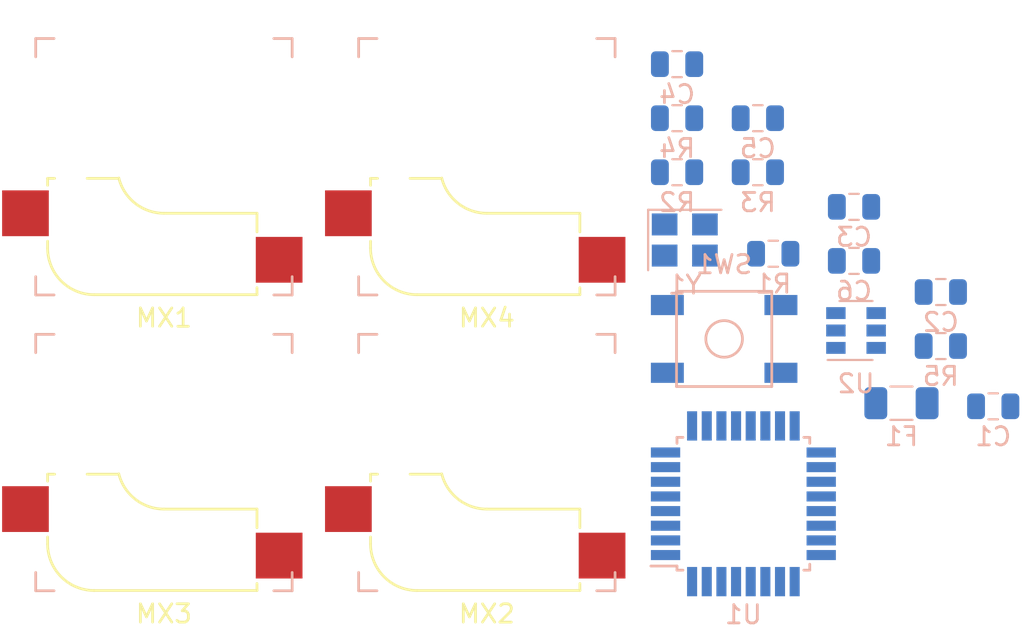
<source format=kicad_pcb>
(kicad_pcb (version 20171130) (host pcbnew "(5.1.4)-1")

  (general
    (thickness 1.6)
    (drawings 0)
    (tracks 0)
    (zones 0)
    (modules 20)
    (nets 41)
  )

  (page A4)
  (layers
    (0 F.Cu signal)
    (31 B.Cu signal)
    (32 B.Adhes user)
    (33 F.Adhes user)
    (34 B.Paste user)
    (35 F.Paste user)
    (36 B.SilkS user)
    (37 F.SilkS user)
    (38 B.Mask user)
    (39 F.Mask user)
    (40 Dwgs.User user)
    (41 Cmts.User user)
    (42 Eco1.User user)
    (43 Eco2.User user)
    (44 Edge.Cuts user)
    (45 Margin user)
    (46 B.CrtYd user)
    (47 F.CrtYd user)
    (48 B.Fab user)
    (49 F.Fab user)
  )

  (setup
    (last_trace_width 0.254)
    (trace_clearance 0.2)
    (zone_clearance 0.508)
    (zone_45_only no)
    (trace_min 0.2)
    (via_size 0.8)
    (via_drill 0.4)
    (via_min_size 0.4)
    (via_min_drill 0.3)
    (uvia_size 0.3)
    (uvia_drill 0.1)
    (uvias_allowed no)
    (uvia_min_size 0.2)
    (uvia_min_drill 0.1)
    (edge_width 0.05)
    (segment_width 0.2)
    (pcb_text_width 0.3)
    (pcb_text_size 1.5 1.5)
    (mod_edge_width 0.12)
    (mod_text_size 1 1)
    (mod_text_width 0.15)
    (pad_size 1 1.6)
    (pad_drill 0.6)
    (pad_to_mask_clearance 0.051)
    (solder_mask_min_width 0.25)
    (aux_axis_origin 0 0)
    (visible_elements 7FFFFFFF)
    (pcbplotparams
      (layerselection 0x010fc_ffffffff)
      (usegerberextensions true)
      (usegerberattributes false)
      (usegerberadvancedattributes false)
      (creategerberjobfile false)
      (excludeedgelayer true)
      (linewidth 0.100000)
      (plotframeref false)
      (viasonmask false)
      (mode 1)
      (useauxorigin false)
      (hpglpennumber 1)
      (hpglpenspeed 20)
      (hpglpendiameter 15.000000)
      (psnegative false)
      (psa4output false)
      (plotreference true)
      (plotvalue false)
      (plotinvisibletext false)
      (padsonsilk false)
      (subtractmaskfromsilk true)
      (outputformat 1)
      (mirror false)
      (drillshape 0)
      (scaleselection 1)
      (outputdirectory "../jlcpcb/"))
  )

  (net 0 "")
  (net 1 GND)
  (net 2 "Net-(C1-Pad1)")
  (net 3 +5V)
  (net 4 XTAL1)
  (net 5 XTAL2)
  (net 6 VCC)
  (net 7 MX1)
  (net 8 MX2)
  (net 9 MX3)
  (net 10 MX4)
  (net 11 D-)
  (net 12 "Net-(R1-Pad1)")
  (net 13 D+)
  (net 14 "Net-(R2-Pad1)")
  (net 15 "Net-(R3-Pad2)")
  (net 16 "Net-(J1-PadA5)")
  (net 17 "Net-(J1-PadB5)")
  (net 18 "Net-(U1-Pad26)")
  (net 19 "Net-(U1-Pad25)")
  (net 20 "Net-(U1-Pad23)")
  (net 21 "Net-(U1-Pad22)")
  (net 22 "Net-(U1-Pad21)")
  (net 23 "Net-(U1-Pad20)")
  (net 24 "Net-(U1-Pad19)")
  (net 25 "Net-(U1-Pad18)")
  (net 26 "Net-(U1-Pad17)")
  (net 27 "Net-(U1-Pad16)")
  (net 28 "Net-(U1-Pad15)")
  (net 29 "Net-(U1-Pad14)")
  (net 30 "Net-(U1-Pad13)")
  (net 31 "Net-(U1-Pad12)")
  (net 32 "Net-(U1-Pad11)")
  (net 33 "Net-(U1-Pad10)")
  (net 34 "Net-(U1-Pad9)")
  (net 35 "Net-(U1-Pad8)")
  (net 36 "Net-(U1-Pad7)")
  (net 37 "Net-(U1-Pad6)")
  (net 38 "Net-(U1-Pad5)")
  (net 39 "Net-(U2-Pad6)")
  (net 40 "Net-(U2-Pad1)")

  (net_class Default "This is the default net class."
    (clearance 0.2)
    (trace_width 0.254)
    (via_dia 0.8)
    (via_drill 0.4)
    (uvia_dia 0.3)
    (uvia_drill 0.1)
    (add_net +5V)
    (add_net D+)
    (add_net D-)
    (add_net GND)
    (add_net MX1)
    (add_net MX2)
    (add_net MX3)
    (add_net MX4)
    (add_net "Net-(C1-Pad1)")
    (add_net "Net-(J1-PadA5)")
    (add_net "Net-(J1-PadB5)")
    (add_net "Net-(R1-Pad1)")
    (add_net "Net-(R2-Pad1)")
    (add_net "Net-(R3-Pad2)")
    (add_net "Net-(U1-Pad10)")
    (add_net "Net-(U1-Pad11)")
    (add_net "Net-(U1-Pad12)")
    (add_net "Net-(U1-Pad13)")
    (add_net "Net-(U1-Pad14)")
    (add_net "Net-(U1-Pad15)")
    (add_net "Net-(U1-Pad16)")
    (add_net "Net-(U1-Pad17)")
    (add_net "Net-(U1-Pad18)")
    (add_net "Net-(U1-Pad19)")
    (add_net "Net-(U1-Pad20)")
    (add_net "Net-(U1-Pad21)")
    (add_net "Net-(U1-Pad22)")
    (add_net "Net-(U1-Pad23)")
    (add_net "Net-(U1-Pad25)")
    (add_net "Net-(U1-Pad26)")
    (add_net "Net-(U1-Pad5)")
    (add_net "Net-(U1-Pad6)")
    (add_net "Net-(U1-Pad7)")
    (add_net "Net-(U1-Pad8)")
    (add_net "Net-(U1-Pad9)")
    (add_net "Net-(U2-Pad1)")
    (add_net "Net-(U2-Pad6)")
    (add_net VCC)
    (add_net XTAL1)
    (add_net XTAL2)
  )

  (net_class Power ""
    (clearance 0.2)
    (trace_width 0.381)
    (via_dia 0.8)
    (via_drill 0.4)
    (uvia_dia 0.3)
    (uvia_drill 0.1)
  )

  (module Crystal:Crystal_SMD_3225-4Pin_3.2x2.5mm (layer B.Cu) (tedit 5A0FD1B2) (tstamp 63671AFB)
    (at 201.092 102.934)
    (descr "SMD Crystal SERIES SMD3225/4 http://www.txccrystal.com/images/pdf/7m-accuracy.pdf, 3.2x2.5mm^2 package")
    (tags "SMD SMT crystal")
    (path /63741840)
    (attr smd)
    (fp_text reference Y1 (at 0 2.45) (layer B.SilkS)
      (effects (font (size 1 1) (thickness 0.15)) (justify mirror))
    )
    (fp_text value 16Mhz (at 0 -2.45) (layer B.Fab)
      (effects (font (size 1 1) (thickness 0.15)) (justify mirror))
    )
    (fp_line (start 2.1 1.7) (end -2.1 1.7) (layer B.CrtYd) (width 0.05))
    (fp_line (start 2.1 -1.7) (end 2.1 1.7) (layer B.CrtYd) (width 0.05))
    (fp_line (start -2.1 -1.7) (end 2.1 -1.7) (layer B.CrtYd) (width 0.05))
    (fp_line (start -2.1 1.7) (end -2.1 -1.7) (layer B.CrtYd) (width 0.05))
    (fp_line (start -2 -1.65) (end 2 -1.65) (layer B.SilkS) (width 0.12))
    (fp_line (start -2 1.65) (end -2 -1.65) (layer B.SilkS) (width 0.12))
    (fp_line (start -1.6 -0.25) (end -0.6 -1.25) (layer B.Fab) (width 0.1))
    (fp_line (start 1.6 1.25) (end -1.6 1.25) (layer B.Fab) (width 0.1))
    (fp_line (start 1.6 -1.25) (end 1.6 1.25) (layer B.Fab) (width 0.1))
    (fp_line (start -1.6 -1.25) (end 1.6 -1.25) (layer B.Fab) (width 0.1))
    (fp_line (start -1.6 1.25) (end -1.6 -1.25) (layer B.Fab) (width 0.1))
    (fp_text user %R (at 0 0) (layer B.Fab)
      (effects (font (size 0.7 0.7) (thickness 0.105)) (justify mirror))
    )
    (pad 4 smd rect (at -1.1 0.85) (size 1.4 1.2) (layers B.Cu B.Paste B.Mask)
      (net 1 GND))
    (pad 3 smd rect (at 1.1 0.85) (size 1.4 1.2) (layers B.Cu B.Paste B.Mask)
      (net 4 XTAL1))
    (pad 2 smd rect (at 1.1 -0.85) (size 1.4 1.2) (layers B.Cu B.Paste B.Mask)
      (net 1 GND))
    (pad 1 smd rect (at -1.1 -0.85) (size 1.4 1.2) (layers B.Cu B.Paste B.Mask)
      (net 5 XTAL2))
    (model ${KISYS3DMOD}/Crystal.3dshapes/Crystal_SMD_3225-4Pin_3.2x2.5mm.wrl
      (at (xyz 0 0 0))
      (scale (xyz 1 1 1))
      (rotate (xyz 0 0 0))
    )
  )

  (module Package_TO_SOT_SMD:SOT-23-6 (layer B.Cu) (tedit 5A02FF57) (tstamp 63671AE7)
    (at 210.442 107.874)
    (descr "6-pin SOT-23 package")
    (tags SOT-23-6)
    (path /6377B338)
    (attr smd)
    (fp_text reference U2 (at 0 2.9) (layer B.SilkS)
      (effects (font (size 1 1) (thickness 0.15)) (justify mirror))
    )
    (fp_text value SRV05-4 (at 0 -2.9) (layer B.Fab)
      (effects (font (size 1 1) (thickness 0.15)) (justify mirror))
    )
    (fp_line (start 0.9 1.55) (end 0.9 -1.55) (layer B.Fab) (width 0.1))
    (fp_line (start 0.9 -1.55) (end -0.9 -1.55) (layer B.Fab) (width 0.1))
    (fp_line (start -0.9 0.9) (end -0.9 -1.55) (layer B.Fab) (width 0.1))
    (fp_line (start 0.9 1.55) (end -0.25 1.55) (layer B.Fab) (width 0.1))
    (fp_line (start -0.9 0.9) (end -0.25 1.55) (layer B.Fab) (width 0.1))
    (fp_line (start -1.9 1.8) (end -1.9 -1.8) (layer B.CrtYd) (width 0.05))
    (fp_line (start -1.9 -1.8) (end 1.9 -1.8) (layer B.CrtYd) (width 0.05))
    (fp_line (start 1.9 -1.8) (end 1.9 1.8) (layer B.CrtYd) (width 0.05))
    (fp_line (start 1.9 1.8) (end -1.9 1.8) (layer B.CrtYd) (width 0.05))
    (fp_line (start 0.9 1.61) (end -1.55 1.61) (layer B.SilkS) (width 0.12))
    (fp_line (start -0.9 -1.61) (end 0.9 -1.61) (layer B.SilkS) (width 0.12))
    (fp_text user %R (at 0 0 -90) (layer B.Fab)
      (effects (font (size 0.5 0.5) (thickness 0.075)) (justify mirror))
    )
    (pad 5 smd rect (at 1.1 0) (size 1.06 0.65) (layers B.Cu B.Paste B.Mask)
      (net 3 +5V))
    (pad 6 smd rect (at 1.1 0.95) (size 1.06 0.65) (layers B.Cu B.Paste B.Mask)
      (net 39 "Net-(U2-Pad6)"))
    (pad 4 smd rect (at 1.1 -0.95) (size 1.06 0.65) (layers B.Cu B.Paste B.Mask)
      (net 11 D-))
    (pad 3 smd rect (at -1.1 -0.95) (size 1.06 0.65) (layers B.Cu B.Paste B.Mask)
      (net 13 D+))
    (pad 2 smd rect (at -1.1 0) (size 1.06 0.65) (layers B.Cu B.Paste B.Mask)
      (net 1 GND))
    (pad 1 smd rect (at -1.1 0.95) (size 1.06 0.65) (layers B.Cu B.Paste B.Mask)
      (net 40 "Net-(U2-Pad1)"))
    (model ${KISYS3DMOD}/Package_TO_SOT_SMD.3dshapes/SOT-23-6.wrl
      (at (xyz 0 0 0))
      (scale (xyz 1 1 1))
      (rotate (xyz 0 0 0))
    )
  )

  (module Package_QFP:TQFP-32_7x7mm_P0.8mm (layer B.Cu) (tedit 5A02F146) (tstamp 63671AD1)
    (at 204.292 117.334)
    (descr "32-Lead Plastic Thin Quad Flatpack (PT) - 7x7x1.0 mm Body, 2.00 mm [TQFP] (see Microchip Packaging Specification 00000049BS.pdf)")
    (tags "QFP 0.8")
    (path /636C99F8)
    (attr smd)
    (fp_text reference U1 (at 0 6.05) (layer B.SilkS)
      (effects (font (size 1 1) (thickness 0.15)) (justify mirror))
    )
    (fp_text value ATmega32U2-AU (at 0 -6.05) (layer B.Fab)
      (effects (font (size 1 1) (thickness 0.15)) (justify mirror))
    )
    (fp_line (start -3.625 3.4) (end -5.05 3.4) (layer B.SilkS) (width 0.15))
    (fp_line (start 3.625 3.625) (end 3.3 3.625) (layer B.SilkS) (width 0.15))
    (fp_line (start 3.625 -3.625) (end 3.3 -3.625) (layer B.SilkS) (width 0.15))
    (fp_line (start -3.625 -3.625) (end -3.3 -3.625) (layer B.SilkS) (width 0.15))
    (fp_line (start -3.625 3.625) (end -3.3 3.625) (layer B.SilkS) (width 0.15))
    (fp_line (start -3.625 -3.625) (end -3.625 -3.3) (layer B.SilkS) (width 0.15))
    (fp_line (start 3.625 -3.625) (end 3.625 -3.3) (layer B.SilkS) (width 0.15))
    (fp_line (start 3.625 3.625) (end 3.625 3.3) (layer B.SilkS) (width 0.15))
    (fp_line (start -3.625 3.625) (end -3.625 3.4) (layer B.SilkS) (width 0.15))
    (fp_line (start -5.3 -5.3) (end 5.3 -5.3) (layer B.CrtYd) (width 0.05))
    (fp_line (start -5.3 5.3) (end 5.3 5.3) (layer B.CrtYd) (width 0.05))
    (fp_line (start 5.3 5.3) (end 5.3 -5.3) (layer B.CrtYd) (width 0.05))
    (fp_line (start -5.3 5.3) (end -5.3 -5.3) (layer B.CrtYd) (width 0.05))
    (fp_line (start -3.5 2.5) (end -2.5 3.5) (layer B.Fab) (width 0.15))
    (fp_line (start -3.5 -3.5) (end -3.5 2.5) (layer B.Fab) (width 0.15))
    (fp_line (start 3.5 -3.5) (end -3.5 -3.5) (layer B.Fab) (width 0.15))
    (fp_line (start 3.5 3.5) (end 3.5 -3.5) (layer B.Fab) (width 0.15))
    (fp_line (start -2.5 3.5) (end 3.5 3.5) (layer B.Fab) (width 0.15))
    (fp_text user %R (at 0 0) (layer B.Fab)
      (effects (font (size 1 1) (thickness 0.15)) (justify mirror))
    )
    (pad 32 smd rect (at -2.8 4.25 270) (size 1.6 0.55) (layers B.Cu B.Paste B.Mask)
      (net 3 +5V))
    (pad 31 smd rect (at -2 4.25 270) (size 1.6 0.55) (layers B.Cu B.Paste B.Mask)
      (net 3 +5V))
    (pad 30 smd rect (at -1.2 4.25 270) (size 1.6 0.55) (layers B.Cu B.Paste B.Mask)
      (net 12 "Net-(R1-Pad1)"))
    (pad 29 smd rect (at -0.4 4.25 270) (size 1.6 0.55) (layers B.Cu B.Paste B.Mask)
      (net 14 "Net-(R2-Pad1)"))
    (pad 28 smd rect (at 0.4 4.25 270) (size 1.6 0.55) (layers B.Cu B.Paste B.Mask)
      (net 1 GND))
    (pad 27 smd rect (at 1.2 4.25 270) (size 1.6 0.55) (layers B.Cu B.Paste B.Mask)
      (net 2 "Net-(C1-Pad1)"))
    (pad 26 smd rect (at 2 4.25 270) (size 1.6 0.55) (layers B.Cu B.Paste B.Mask)
      (net 18 "Net-(U1-Pad26)"))
    (pad 25 smd rect (at 2.8 4.25 270) (size 1.6 0.55) (layers B.Cu B.Paste B.Mask)
      (net 19 "Net-(U1-Pad25)"))
    (pad 24 smd rect (at 4.25 2.8) (size 1.6 0.55) (layers B.Cu B.Paste B.Mask)
      (net 15 "Net-(R3-Pad2)"))
    (pad 23 smd rect (at 4.25 2) (size 1.6 0.55) (layers B.Cu B.Paste B.Mask)
      (net 20 "Net-(U1-Pad23)"))
    (pad 22 smd rect (at 4.25 1.2) (size 1.6 0.55) (layers B.Cu B.Paste B.Mask)
      (net 21 "Net-(U1-Pad22)"))
    (pad 21 smd rect (at 4.25 0.4) (size 1.6 0.55) (layers B.Cu B.Paste B.Mask)
      (net 22 "Net-(U1-Pad21)"))
    (pad 20 smd rect (at 4.25 -0.4) (size 1.6 0.55) (layers B.Cu B.Paste B.Mask)
      (net 23 "Net-(U1-Pad20)"))
    (pad 19 smd rect (at 4.25 -1.2) (size 1.6 0.55) (layers B.Cu B.Paste B.Mask)
      (net 24 "Net-(U1-Pad19)"))
    (pad 18 smd rect (at 4.25 -2) (size 1.6 0.55) (layers B.Cu B.Paste B.Mask)
      (net 25 "Net-(U1-Pad18)"))
    (pad 17 smd rect (at 4.25 -2.8) (size 1.6 0.55) (layers B.Cu B.Paste B.Mask)
      (net 26 "Net-(U1-Pad17)"))
    (pad 16 smd rect (at 2.8 -4.25 270) (size 1.6 0.55) (layers B.Cu B.Paste B.Mask)
      (net 27 "Net-(U1-Pad16)"))
    (pad 15 smd rect (at 2 -4.25 270) (size 1.6 0.55) (layers B.Cu B.Paste B.Mask)
      (net 28 "Net-(U1-Pad15)"))
    (pad 14 smd rect (at 1.2 -4.25 270) (size 1.6 0.55) (layers B.Cu B.Paste B.Mask)
      (net 29 "Net-(U1-Pad14)"))
    (pad 13 smd rect (at 0.4 -4.25 270) (size 1.6 0.55) (layers B.Cu B.Paste B.Mask)
      (net 30 "Net-(U1-Pad13)"))
    (pad 12 smd rect (at -0.4 -4.25 270) (size 1.6 0.55) (layers B.Cu B.Paste B.Mask)
      (net 31 "Net-(U1-Pad12)"))
    (pad 11 smd rect (at -1.2 -4.25 270) (size 1.6 0.55) (layers B.Cu B.Paste B.Mask)
      (net 32 "Net-(U1-Pad11)"))
    (pad 10 smd rect (at -2 -4.25 270) (size 1.6 0.55) (layers B.Cu B.Paste B.Mask)
      (net 33 "Net-(U1-Pad10)"))
    (pad 9 smd rect (at -2.8 -4.25 270) (size 1.6 0.55) (layers B.Cu B.Paste B.Mask)
      (net 34 "Net-(U1-Pad9)"))
    (pad 8 smd rect (at -4.25 -2.8) (size 1.6 0.55) (layers B.Cu B.Paste B.Mask)
      (net 35 "Net-(U1-Pad8)"))
    (pad 7 smd rect (at -4.25 -2) (size 1.6 0.55) (layers B.Cu B.Paste B.Mask)
      (net 36 "Net-(U1-Pad7)"))
    (pad 6 smd rect (at -4.25 -1.2) (size 1.6 0.55) (layers B.Cu B.Paste B.Mask)
      (net 37 "Net-(U1-Pad6)"))
    (pad 5 smd rect (at -4.25 -0.4) (size 1.6 0.55) (layers B.Cu B.Paste B.Mask)
      (net 38 "Net-(U1-Pad5)"))
    (pad 4 smd rect (at -4.25 0.4) (size 1.6 0.55) (layers B.Cu B.Paste B.Mask)
      (net 3 +5V))
    (pad 3 smd rect (at -4.25 1.2) (size 1.6 0.55) (layers B.Cu B.Paste B.Mask)
      (net 1 GND))
    (pad 2 smd rect (at -4.25 2) (size 1.6 0.55) (layers B.Cu B.Paste B.Mask)
      (net 5 XTAL2))
    (pad 1 smd rect (at -4.25 2.8) (size 1.6 0.55) (layers B.Cu B.Paste B.Mask)
      (net 4 XTAL1))
    (model ${KISYS3DMOD}/Package_QFP.3dshapes/TQFP-32_7x7mm_P0.8mm.wrl
      (at (xyz 0 0 0))
      (scale (xyz 1 1 1))
      (rotate (xyz 0 0 0))
    )
  )

  (module random-keyboard-parts:SKQG-1155865 (layer B.Cu) (tedit 5E62B398) (tstamp 63671A9A)
    (at 203.242 108.334)
    (path /636E192A)
    (attr smd)
    (fp_text reference SW1 (at 0 -4.064) (layer B.SilkS)
      (effects (font (size 1 1) (thickness 0.15)) (justify mirror))
    )
    (fp_text value SW_Push (at 0 4.064) (layer B.Fab)
      (effects (font (size 1 1) (thickness 0.15)) (justify mirror))
    )
    (fp_line (start -2.6 2.6) (end 2.6 2.6) (layer B.SilkS) (width 0.15))
    (fp_line (start 2.6 2.6) (end 2.6 -2.6) (layer B.SilkS) (width 0.15))
    (fp_line (start 2.6 -2.6) (end -2.6 -2.6) (layer B.SilkS) (width 0.15))
    (fp_line (start -2.6 -2.6) (end -2.6 2.6) (layer B.SilkS) (width 0.15))
    (fp_circle (center 0 0) (end 1 0) (layer B.SilkS) (width 0.15))
    (fp_line (start -4.2 2.6) (end 4.2 2.6) (layer B.Fab) (width 0.15))
    (fp_line (start 4.2 2.6) (end 4.2 1.2) (layer B.Fab) (width 0.15))
    (fp_line (start 4.2 1.1) (end 2.6 1.1) (layer B.Fab) (width 0.15))
    (fp_line (start 2.6 1.1) (end 2.6 -1.1) (layer B.Fab) (width 0.15))
    (fp_line (start 2.6 -1.1) (end 4.2 -1.1) (layer B.Fab) (width 0.15))
    (fp_line (start 4.2 -1.1) (end 4.2 -2.6) (layer B.Fab) (width 0.15))
    (fp_line (start 4.2 -2.6) (end -4.2 -2.6) (layer B.Fab) (width 0.15))
    (fp_line (start -4.2 -2.6) (end -4.2 -1.1) (layer B.Fab) (width 0.15))
    (fp_line (start -4.2 -1.1) (end -2.6 -1.1) (layer B.Fab) (width 0.15))
    (fp_line (start -2.6 -1.1) (end -2.6 1.1) (layer B.Fab) (width 0.15))
    (fp_line (start -2.6 1.1) (end -4.2 1.1) (layer B.Fab) (width 0.15))
    (fp_line (start -4.2 1.1) (end -4.2 2.6) (layer B.Fab) (width 0.15))
    (fp_circle (center 0 0) (end 1 0) (layer B.Fab) (width 0.15))
    (fp_line (start -2.6 1.1) (end -1.1 2.6) (layer B.Fab) (width 0.15))
    (fp_line (start 2.6 1.1) (end 1.1 2.6) (layer B.Fab) (width 0.15))
    (fp_line (start 2.6 -1.1) (end 1.1 -2.6) (layer B.Fab) (width 0.15))
    (fp_line (start -2.6 -1.1) (end -1.1 -2.6) (layer B.Fab) (width 0.15))
    (pad 4 smd rect (at -3.1 -1.85) (size 1.8 1.1) (layers B.Cu B.Paste B.Mask))
    (pad 3 smd rect (at 3.1 1.85) (size 1.8 1.1) (layers B.Cu B.Paste B.Mask))
    (pad 2 smd rect (at -3.1 1.85) (size 1.8 1.1) (layers B.Cu B.Paste B.Mask)
      (net 15 "Net-(R3-Pad2)"))
    (pad 1 smd rect (at 3.1 -1.85) (size 1.8 1.1) (layers B.Cu B.Paste B.Mask)
      (net 1 GND))
    (model ${KISYS3DMOD}/Button_Switch_SMD.3dshapes/SW_SPST_TL3342.step
      (at (xyz 0 0 0))
      (scale (xyz 1 1 1))
      (rotate (xyz 0 0 0))
    )
  )

  (module Resistor_SMD:R_0805_2012Metric (layer B.Cu) (tedit 5B36C52B) (tstamp 63671A7C)
    (at 215.072 108.724)
    (descr "Resistor SMD 0805 (2012 Metric), square (rectangular) end terminal, IPC_7351 nominal, (Body size source: https://docs.google.com/spreadsheets/d/1BsfQQcO9C6DZCsRaXUlFlo91Tg2WpOkGARC1WS5S8t0/edit?usp=sharing), generated with kicad-footprint-generator")
    (tags resistor)
    (path /637670BF)
    (attr smd)
    (fp_text reference R5 (at 0 1.65) (layer B.SilkS)
      (effects (font (size 1 1) (thickness 0.15)) (justify mirror))
    )
    (fp_text value 5.1k (at 0 -1.65) (layer B.Fab)
      (effects (font (size 1 1) (thickness 0.15)) (justify mirror))
    )
    (fp_text user %R (at 0 0) (layer B.Fab)
      (effects (font (size 0.5 0.5) (thickness 0.08)) (justify mirror))
    )
    (fp_line (start 1.68 -0.95) (end -1.68 -0.95) (layer B.CrtYd) (width 0.05))
    (fp_line (start 1.68 0.95) (end 1.68 -0.95) (layer B.CrtYd) (width 0.05))
    (fp_line (start -1.68 0.95) (end 1.68 0.95) (layer B.CrtYd) (width 0.05))
    (fp_line (start -1.68 -0.95) (end -1.68 0.95) (layer B.CrtYd) (width 0.05))
    (fp_line (start -0.258578 -0.71) (end 0.258578 -0.71) (layer B.SilkS) (width 0.12))
    (fp_line (start -0.258578 0.71) (end 0.258578 0.71) (layer B.SilkS) (width 0.12))
    (fp_line (start 1 -0.6) (end -1 -0.6) (layer B.Fab) (width 0.1))
    (fp_line (start 1 0.6) (end 1 -0.6) (layer B.Fab) (width 0.1))
    (fp_line (start -1 0.6) (end 1 0.6) (layer B.Fab) (width 0.1))
    (fp_line (start -1 -0.6) (end -1 0.6) (layer B.Fab) (width 0.1))
    (pad 2 smd roundrect (at 0.9375 0) (size 0.975 1.4) (layers B.Cu B.Paste B.Mask) (roundrect_rratio 0.25)
      (net 17 "Net-(J1-PadB5)"))
    (pad 1 smd roundrect (at -0.9375 0) (size 0.975 1.4) (layers B.Cu B.Paste B.Mask) (roundrect_rratio 0.25)
      (net 1 GND))
    (model ${KISYS3DMOD}/Resistor_SMD.3dshapes/R_0805_2012Metric.wrl
      (at (xyz 0 0 0))
      (scale (xyz 1 1 1))
      (rotate (xyz 0 0 0))
    )
  )

  (module Resistor_SMD:R_0805_2012Metric (layer B.Cu) (tedit 5B36C52B) (tstamp 63671A6B)
    (at 200.672 96.284)
    (descr "Resistor SMD 0805 (2012 Metric), square (rectangular) end terminal, IPC_7351 nominal, (Body size source: https://docs.google.com/spreadsheets/d/1BsfQQcO9C6DZCsRaXUlFlo91Tg2WpOkGARC1WS5S8t0/edit?usp=sharing), generated with kicad-footprint-generator")
    (tags resistor)
    (path /6376686D)
    (attr smd)
    (fp_text reference R4 (at 0 1.65) (layer B.SilkS)
      (effects (font (size 1 1) (thickness 0.15)) (justify mirror))
    )
    (fp_text value 5.1k (at 0 -1.65) (layer B.Fab)
      (effects (font (size 1 1) (thickness 0.15)) (justify mirror))
    )
    (fp_text user %R (at 0 0) (layer B.Fab)
      (effects (font (size 0.5 0.5) (thickness 0.08)) (justify mirror))
    )
    (fp_line (start 1.68 -0.95) (end -1.68 -0.95) (layer B.CrtYd) (width 0.05))
    (fp_line (start 1.68 0.95) (end 1.68 -0.95) (layer B.CrtYd) (width 0.05))
    (fp_line (start -1.68 0.95) (end 1.68 0.95) (layer B.CrtYd) (width 0.05))
    (fp_line (start -1.68 -0.95) (end -1.68 0.95) (layer B.CrtYd) (width 0.05))
    (fp_line (start -0.258578 -0.71) (end 0.258578 -0.71) (layer B.SilkS) (width 0.12))
    (fp_line (start -0.258578 0.71) (end 0.258578 0.71) (layer B.SilkS) (width 0.12))
    (fp_line (start 1 -0.6) (end -1 -0.6) (layer B.Fab) (width 0.1))
    (fp_line (start 1 0.6) (end 1 -0.6) (layer B.Fab) (width 0.1))
    (fp_line (start -1 0.6) (end 1 0.6) (layer B.Fab) (width 0.1))
    (fp_line (start -1 -0.6) (end -1 0.6) (layer B.Fab) (width 0.1))
    (pad 2 smd roundrect (at 0.9375 0) (size 0.975 1.4) (layers B.Cu B.Paste B.Mask) (roundrect_rratio 0.25)
      (net 16 "Net-(J1-PadA5)"))
    (pad 1 smd roundrect (at -0.9375 0) (size 0.975 1.4) (layers B.Cu B.Paste B.Mask) (roundrect_rratio 0.25)
      (net 1 GND))
    (model ${KISYS3DMOD}/Resistor_SMD.3dshapes/R_0805_2012Metric.wrl
      (at (xyz 0 0 0))
      (scale (xyz 1 1 1))
      (rotate (xyz 0 0 0))
    )
  )

  (module Resistor_SMD:R_0805_2012Metric (layer B.Cu) (tedit 5B36C52B) (tstamp 63671A5A)
    (at 205.082 99.234)
    (descr "Resistor SMD 0805 (2012 Metric), square (rectangular) end terminal, IPC_7351 nominal, (Body size source: https://docs.google.com/spreadsheets/d/1BsfQQcO9C6DZCsRaXUlFlo91Tg2WpOkGARC1WS5S8t0/edit?usp=sharing), generated with kicad-footprint-generator")
    (tags resistor)
    (path /636E2124)
    (attr smd)
    (fp_text reference R3 (at 0 1.65) (layer B.SilkS)
      (effects (font (size 1 1) (thickness 0.15)) (justify mirror))
    )
    (fp_text value 10k (at 0 -1.65) (layer B.Fab)
      (effects (font (size 1 1) (thickness 0.15)) (justify mirror))
    )
    (fp_text user %R (at 0 0) (layer B.Fab)
      (effects (font (size 0.5 0.5) (thickness 0.08)) (justify mirror))
    )
    (fp_line (start 1.68 -0.95) (end -1.68 -0.95) (layer B.CrtYd) (width 0.05))
    (fp_line (start 1.68 0.95) (end 1.68 -0.95) (layer B.CrtYd) (width 0.05))
    (fp_line (start -1.68 0.95) (end 1.68 0.95) (layer B.CrtYd) (width 0.05))
    (fp_line (start -1.68 -0.95) (end -1.68 0.95) (layer B.CrtYd) (width 0.05))
    (fp_line (start -0.258578 -0.71) (end 0.258578 -0.71) (layer B.SilkS) (width 0.12))
    (fp_line (start -0.258578 0.71) (end 0.258578 0.71) (layer B.SilkS) (width 0.12))
    (fp_line (start 1 -0.6) (end -1 -0.6) (layer B.Fab) (width 0.1))
    (fp_line (start 1 0.6) (end 1 -0.6) (layer B.Fab) (width 0.1))
    (fp_line (start -1 0.6) (end 1 0.6) (layer B.Fab) (width 0.1))
    (fp_line (start -1 -0.6) (end -1 0.6) (layer B.Fab) (width 0.1))
    (pad 2 smd roundrect (at 0.9375 0) (size 0.975 1.4) (layers B.Cu B.Paste B.Mask) (roundrect_rratio 0.25)
      (net 15 "Net-(R3-Pad2)"))
    (pad 1 smd roundrect (at -0.9375 0) (size 0.975 1.4) (layers B.Cu B.Paste B.Mask) (roundrect_rratio 0.25)
      (net 3 +5V))
    (model ${KISYS3DMOD}/Resistor_SMD.3dshapes/R_0805_2012Metric.wrl
      (at (xyz 0 0 0))
      (scale (xyz 1 1 1))
      (rotate (xyz 0 0 0))
    )
  )

  (module Resistor_SMD:R_0805_2012Metric (layer B.Cu) (tedit 5B36C52B) (tstamp 63671A49)
    (at 200.672 99.234)
    (descr "Resistor SMD 0805 (2012 Metric), square (rectangular) end terminal, IPC_7351 nominal, (Body size source: https://docs.google.com/spreadsheets/d/1BsfQQcO9C6DZCsRaXUlFlo91Tg2WpOkGARC1WS5S8t0/edit?usp=sharing), generated with kicad-footprint-generator")
    (tags resistor)
    (path /636E6551)
    (attr smd)
    (fp_text reference R2 (at 0 1.65) (layer B.SilkS)
      (effects (font (size 1 1) (thickness 0.15)) (justify mirror))
    )
    (fp_text value 22 (at 0 -1.65) (layer B.Fab)
      (effects (font (size 1 1) (thickness 0.15)) (justify mirror))
    )
    (fp_text user %R (at 0 0) (layer B.Fab)
      (effects (font (size 0.5 0.5) (thickness 0.08)) (justify mirror))
    )
    (fp_line (start 1.68 -0.95) (end -1.68 -0.95) (layer B.CrtYd) (width 0.05))
    (fp_line (start 1.68 0.95) (end 1.68 -0.95) (layer B.CrtYd) (width 0.05))
    (fp_line (start -1.68 0.95) (end 1.68 0.95) (layer B.CrtYd) (width 0.05))
    (fp_line (start -1.68 -0.95) (end -1.68 0.95) (layer B.CrtYd) (width 0.05))
    (fp_line (start -0.258578 -0.71) (end 0.258578 -0.71) (layer B.SilkS) (width 0.12))
    (fp_line (start -0.258578 0.71) (end 0.258578 0.71) (layer B.SilkS) (width 0.12))
    (fp_line (start 1 -0.6) (end -1 -0.6) (layer B.Fab) (width 0.1))
    (fp_line (start 1 0.6) (end 1 -0.6) (layer B.Fab) (width 0.1))
    (fp_line (start -1 0.6) (end 1 0.6) (layer B.Fab) (width 0.1))
    (fp_line (start -1 -0.6) (end -1 0.6) (layer B.Fab) (width 0.1))
    (pad 2 smd roundrect (at 0.9375 0) (size 0.975 1.4) (layers B.Cu B.Paste B.Mask) (roundrect_rratio 0.25)
      (net 13 D+))
    (pad 1 smd roundrect (at -0.9375 0) (size 0.975 1.4) (layers B.Cu B.Paste B.Mask) (roundrect_rratio 0.25)
      (net 14 "Net-(R2-Pad1)"))
    (model ${KISYS3DMOD}/Resistor_SMD.3dshapes/R_0805_2012Metric.wrl
      (at (xyz 0 0 0))
      (scale (xyz 1 1 1))
      (rotate (xyz 0 0 0))
    )
  )

  (module Resistor_SMD:R_0805_2012Metric (layer B.Cu) (tedit 5B36C52B) (tstamp 63671A38)
    (at 205.922 103.684)
    (descr "Resistor SMD 0805 (2012 Metric), square (rectangular) end terminal, IPC_7351 nominal, (Body size source: https://docs.google.com/spreadsheets/d/1BsfQQcO9C6DZCsRaXUlFlo91Tg2WpOkGARC1WS5S8t0/edit?usp=sharing), generated with kicad-footprint-generator")
    (tags resistor)
    (path /636E7358)
    (attr smd)
    (fp_text reference R1 (at 0 1.65) (layer B.SilkS)
      (effects (font (size 1 1) (thickness 0.15)) (justify mirror))
    )
    (fp_text value 22 (at 0 -1.65) (layer B.Fab)
      (effects (font (size 1 1) (thickness 0.15)) (justify mirror))
    )
    (fp_text user %R (at 0 0) (layer B.Fab)
      (effects (font (size 0.5 0.5) (thickness 0.08)) (justify mirror))
    )
    (fp_line (start 1.68 -0.95) (end -1.68 -0.95) (layer B.CrtYd) (width 0.05))
    (fp_line (start 1.68 0.95) (end 1.68 -0.95) (layer B.CrtYd) (width 0.05))
    (fp_line (start -1.68 0.95) (end 1.68 0.95) (layer B.CrtYd) (width 0.05))
    (fp_line (start -1.68 -0.95) (end -1.68 0.95) (layer B.CrtYd) (width 0.05))
    (fp_line (start -0.258578 -0.71) (end 0.258578 -0.71) (layer B.SilkS) (width 0.12))
    (fp_line (start -0.258578 0.71) (end 0.258578 0.71) (layer B.SilkS) (width 0.12))
    (fp_line (start 1 -0.6) (end -1 -0.6) (layer B.Fab) (width 0.1))
    (fp_line (start 1 0.6) (end 1 -0.6) (layer B.Fab) (width 0.1))
    (fp_line (start -1 0.6) (end 1 0.6) (layer B.Fab) (width 0.1))
    (fp_line (start -1 -0.6) (end -1 0.6) (layer B.Fab) (width 0.1))
    (pad 2 smd roundrect (at 0.9375 0) (size 0.975 1.4) (layers B.Cu B.Paste B.Mask) (roundrect_rratio 0.25)
      (net 11 D-))
    (pad 1 smd roundrect (at -0.9375 0) (size 0.975 1.4) (layers B.Cu B.Paste B.Mask) (roundrect_rratio 0.25)
      (net 12 "Net-(R1-Pad1)"))
    (model ${KISYS3DMOD}/Resistor_SMD.3dshapes/R_0805_2012Metric.wrl
      (at (xyz 0 0 0))
      (scale (xyz 1 1 1))
      (rotate (xyz 0 0 0))
    )
  )

  (module keyswitches:Kailh_socket_MX (layer B.Cu) (tedit 5DD4FB17) (tstamp 63671A27)
    (at 190.287 98.934)
    (descr "MX-style keyswitch with Kailh socket mount")
    (tags MX,cherry,gateron,kailh,pg1511,socket)
    (path /636BBFCB)
    (attr smd)
    (fp_text reference MX4 (at 0 8.255) (layer F.SilkS)
      (effects (font (size 1 1) (thickness 0.15)))
    )
    (fp_text value MX-NoLED (at 0 -8.255) (layer B.Fab)
      (effects (font (size 1 1) (thickness 0.15)) (justify mirror))
    )
    (fp_text user %V (at -0.635 -0.635) (layer F.Fab)
      (effects (font (size 1 1) (thickness 0.15)))
    )
    (fp_text user %R (at -0.635 4.445) (layer F.Fab)
      (effects (font (size 1 1) (thickness 0.15)))
    )
    (fp_line (start -8.89 3.81) (end -6.35 3.81) (layer F.Fab) (width 0.12))
    (fp_line (start -8.89 1.27) (end -8.89 3.81) (layer F.Fab) (width 0.12))
    (fp_line (start -6.35 1.27) (end -8.89 1.27) (layer F.Fab) (width 0.12))
    (fp_line (start 7.62 3.81) (end 5.08 3.81) (layer F.Fab) (width 0.12))
    (fp_line (start 7.62 6.35) (end 7.62 3.81) (layer F.Fab) (width 0.12))
    (fp_line (start 5.08 6.35) (end 7.62 6.35) (layer F.Fab) (width 0.12))
    (fp_line (start 5.08 2.54) (end 0 2.54) (layer F.Fab) (width 0.12))
    (fp_line (start 5.08 6.985) (end 5.08 2.54) (layer F.Fab) (width 0.12))
    (fp_line (start -3.81 6.985) (end 5.08 6.985) (layer F.Fab) (width 0.12))
    (fp_line (start -6.35 0.635) (end -6.35 4.445) (layer F.Fab) (width 0.12))
    (fp_line (start -6.35 0.635) (end -2.54 0.635) (layer F.Fab) (width 0.12))
    (fp_arc (start 0 0) (end 0 2.54) (angle 75.96375653) (layer F.Fab) (width 0.12))
    (fp_arc (start -3.81 4.445) (end -3.81 6.985) (angle 90) (layer F.Fab) (width 0.12))
    (fp_line (start 5.08 6.985) (end 5.08 6.604) (layer F.SilkS) (width 0.15))
    (fp_line (start -3.81 6.985) (end 5.08 6.985) (layer F.SilkS) (width 0.15))
    (fp_line (start -6.35 4.445) (end -6.35 4.064) (layer F.SilkS) (width 0.15))
    (fp_line (start -5.969 0.635) (end -6.35 0.635) (layer F.SilkS) (width 0.15))
    (fp_line (start -2.464162 0.635) (end -4.191 0.635) (layer F.SilkS) (width 0.15))
    (fp_line (start 5.08 2.54) (end 0 2.54) (layer F.SilkS) (width 0.15))
    (fp_line (start 5.08 3.556) (end 5.08 2.54) (layer F.SilkS) (width 0.15))
    (fp_arc (start 0 0) (end 0 2.54) (angle 75.96375653) (layer F.SilkS) (width 0.15))
    (fp_line (start -6.35 1.016) (end -6.35 0.635) (layer F.SilkS) (width 0.15))
    (fp_arc (start -3.81 4.445) (end -3.81 6.985) (angle 90) (layer F.SilkS) (width 0.15))
    (fp_line (start -7.5 -7.5) (end -7.5 7.5) (layer B.Fab) (width 0.15))
    (fp_line (start 7.5 -7.5) (end -7.5 -7.5) (layer B.Fab) (width 0.15))
    (fp_line (start 7.5 7.5) (end 7.5 -7.5) (layer B.Fab) (width 0.15))
    (fp_line (start -7.5 7.5) (end 7.5 7.5) (layer B.Fab) (width 0.15))
    (fp_line (start -6.9 -6.9) (end -6.9 6.9) (layer Eco2.User) (width 0.15))
    (fp_line (start 6.9 6.9) (end 6.9 -6.9) (layer Eco2.User) (width 0.15))
    (fp_line (start 6.9 6.9) (end -6.9 6.9) (layer Eco2.User) (width 0.15))
    (fp_line (start -6.9 -6.9) (end 6.9 -6.9) (layer Eco2.User) (width 0.15))
    (fp_line (start 7 7) (end 7 6) (layer B.SilkS) (width 0.15))
    (fp_line (start 6 -7) (end 7 -7) (layer B.SilkS) (width 0.15))
    (fp_line (start 7 7) (end 6 7) (layer B.SilkS) (width 0.15))
    (fp_line (start 7 -6) (end 7 -7) (layer B.SilkS) (width 0.15))
    (fp_line (start -7 -7) (end -7 -6) (layer B.SilkS) (width 0.15))
    (fp_line (start -6 7) (end -7 7) (layer B.SilkS) (width 0.15))
    (fp_line (start -7 -7) (end -6 -7) (layer B.SilkS) (width 0.15))
    (fp_line (start -7 6) (end -7 7) (layer B.SilkS) (width 0.15))
    (pad 2 smd rect (at -7.56 2.54) (size 2.55 2.5) (layers F.Cu F.Paste F.Mask)
      (net 1 GND))
    (pad "" np_thru_hole circle (at -5.08 0) (size 1.7018 1.7018) (drill 1.7018) (layers *.Cu *.Mask))
    (pad "" np_thru_hole circle (at 5.08 0) (size 1.7018 1.7018) (drill 1.7018) (layers *.Cu *.Mask))
    (pad "" np_thru_hole circle (at 0 0) (size 3.9878 3.9878) (drill 3.9878) (layers *.Cu *.Mask))
    (pad "" np_thru_hole circle (at -3.81 2.54) (size 3 3) (drill 3) (layers *.Cu *.Mask))
    (pad "" np_thru_hole circle (at 2.54 5.08) (size 3 3) (drill 3) (layers *.Cu *.Mask))
    (pad 1 smd rect (at 6.29 5.08) (size 2.55 2.5) (layers F.Cu F.Paste F.Mask)
      (net 10 MX4))
  )

  (module keyswitches:Kailh_socket_MX (layer B.Cu) (tedit 5DD4FB17) (tstamp 636719F3)
    (at 172.657 115.084)
    (descr "MX-style keyswitch with Kailh socket mount")
    (tags MX,cherry,gateron,kailh,pg1511,socket)
    (path /636BBFBE)
    (attr smd)
    (fp_text reference MX3 (at 0 8.255) (layer F.SilkS)
      (effects (font (size 1 1) (thickness 0.15)))
    )
    (fp_text value MX-NoLED (at 0 -8.255) (layer B.Fab)
      (effects (font (size 1 1) (thickness 0.15)) (justify mirror))
    )
    (fp_text user %V (at -0.635 -0.635) (layer F.Fab)
      (effects (font (size 1 1) (thickness 0.15)))
    )
    (fp_text user %R (at -0.635 4.445) (layer F.Fab)
      (effects (font (size 1 1) (thickness 0.15)))
    )
    (fp_line (start -8.89 3.81) (end -6.35 3.81) (layer F.Fab) (width 0.12))
    (fp_line (start -8.89 1.27) (end -8.89 3.81) (layer F.Fab) (width 0.12))
    (fp_line (start -6.35 1.27) (end -8.89 1.27) (layer F.Fab) (width 0.12))
    (fp_line (start 7.62 3.81) (end 5.08 3.81) (layer F.Fab) (width 0.12))
    (fp_line (start 7.62 6.35) (end 7.62 3.81) (layer F.Fab) (width 0.12))
    (fp_line (start 5.08 6.35) (end 7.62 6.35) (layer F.Fab) (width 0.12))
    (fp_line (start 5.08 2.54) (end 0 2.54) (layer F.Fab) (width 0.12))
    (fp_line (start 5.08 6.985) (end 5.08 2.54) (layer F.Fab) (width 0.12))
    (fp_line (start -3.81 6.985) (end 5.08 6.985) (layer F.Fab) (width 0.12))
    (fp_line (start -6.35 0.635) (end -6.35 4.445) (layer F.Fab) (width 0.12))
    (fp_line (start -6.35 0.635) (end -2.54 0.635) (layer F.Fab) (width 0.12))
    (fp_arc (start 0 0) (end 0 2.54) (angle 75.96375653) (layer F.Fab) (width 0.12))
    (fp_arc (start -3.81 4.445) (end -3.81 6.985) (angle 90) (layer F.Fab) (width 0.12))
    (fp_line (start 5.08 6.985) (end 5.08 6.604) (layer F.SilkS) (width 0.15))
    (fp_line (start -3.81 6.985) (end 5.08 6.985) (layer F.SilkS) (width 0.15))
    (fp_line (start -6.35 4.445) (end -6.35 4.064) (layer F.SilkS) (width 0.15))
    (fp_line (start -5.969 0.635) (end -6.35 0.635) (layer F.SilkS) (width 0.15))
    (fp_line (start -2.464162 0.635) (end -4.191 0.635) (layer F.SilkS) (width 0.15))
    (fp_line (start 5.08 2.54) (end 0 2.54) (layer F.SilkS) (width 0.15))
    (fp_line (start 5.08 3.556) (end 5.08 2.54) (layer F.SilkS) (width 0.15))
    (fp_arc (start 0 0) (end 0 2.54) (angle 75.96375653) (layer F.SilkS) (width 0.15))
    (fp_line (start -6.35 1.016) (end -6.35 0.635) (layer F.SilkS) (width 0.15))
    (fp_arc (start -3.81 4.445) (end -3.81 6.985) (angle 90) (layer F.SilkS) (width 0.15))
    (fp_line (start -7.5 -7.5) (end -7.5 7.5) (layer B.Fab) (width 0.15))
    (fp_line (start 7.5 -7.5) (end -7.5 -7.5) (layer B.Fab) (width 0.15))
    (fp_line (start 7.5 7.5) (end 7.5 -7.5) (layer B.Fab) (width 0.15))
    (fp_line (start -7.5 7.5) (end 7.5 7.5) (layer B.Fab) (width 0.15))
    (fp_line (start -6.9 -6.9) (end -6.9 6.9) (layer Eco2.User) (width 0.15))
    (fp_line (start 6.9 6.9) (end 6.9 -6.9) (layer Eco2.User) (width 0.15))
    (fp_line (start 6.9 6.9) (end -6.9 6.9) (layer Eco2.User) (width 0.15))
    (fp_line (start -6.9 -6.9) (end 6.9 -6.9) (layer Eco2.User) (width 0.15))
    (fp_line (start 7 7) (end 7 6) (layer B.SilkS) (width 0.15))
    (fp_line (start 6 -7) (end 7 -7) (layer B.SilkS) (width 0.15))
    (fp_line (start 7 7) (end 6 7) (layer B.SilkS) (width 0.15))
    (fp_line (start 7 -6) (end 7 -7) (layer B.SilkS) (width 0.15))
    (fp_line (start -7 -7) (end -7 -6) (layer B.SilkS) (width 0.15))
    (fp_line (start -6 7) (end -7 7) (layer B.SilkS) (width 0.15))
    (fp_line (start -7 -7) (end -6 -7) (layer B.SilkS) (width 0.15))
    (fp_line (start -7 6) (end -7 7) (layer B.SilkS) (width 0.15))
    (pad 2 smd rect (at -7.56 2.54) (size 2.55 2.5) (layers F.Cu F.Paste F.Mask)
      (net 1 GND))
    (pad "" np_thru_hole circle (at -5.08 0) (size 1.7018 1.7018) (drill 1.7018) (layers *.Cu *.Mask))
    (pad "" np_thru_hole circle (at 5.08 0) (size 1.7018 1.7018) (drill 1.7018) (layers *.Cu *.Mask))
    (pad "" np_thru_hole circle (at 0 0) (size 3.9878 3.9878) (drill 3.9878) (layers *.Cu *.Mask))
    (pad "" np_thru_hole circle (at -3.81 2.54) (size 3 3) (drill 3) (layers *.Cu *.Mask))
    (pad "" np_thru_hole circle (at 2.54 5.08) (size 3 3) (drill 3) (layers *.Cu *.Mask))
    (pad 1 smd rect (at 6.29 5.08) (size 2.55 2.5) (layers F.Cu F.Paste F.Mask)
      (net 9 MX3))
  )

  (module keyswitches:Kailh_socket_MX (layer B.Cu) (tedit 5DD4FB17) (tstamp 636719BF)
    (at 190.287 115.084)
    (descr "MX-style keyswitch with Kailh socket mount")
    (tags MX,cherry,gateron,kailh,pg1511,socket)
    (path /636BA0D3)
    (attr smd)
    (fp_text reference MX2 (at 0 8.255) (layer F.SilkS)
      (effects (font (size 1 1) (thickness 0.15)))
    )
    (fp_text value MX-NoLED (at 0 -8.255) (layer B.Fab)
      (effects (font (size 1 1) (thickness 0.15)) (justify mirror))
    )
    (fp_text user %V (at -0.635 -0.635) (layer F.Fab)
      (effects (font (size 1 1) (thickness 0.15)))
    )
    (fp_text user %R (at -0.635 4.445) (layer F.Fab)
      (effects (font (size 1 1) (thickness 0.15)))
    )
    (fp_line (start -8.89 3.81) (end -6.35 3.81) (layer F.Fab) (width 0.12))
    (fp_line (start -8.89 1.27) (end -8.89 3.81) (layer F.Fab) (width 0.12))
    (fp_line (start -6.35 1.27) (end -8.89 1.27) (layer F.Fab) (width 0.12))
    (fp_line (start 7.62 3.81) (end 5.08 3.81) (layer F.Fab) (width 0.12))
    (fp_line (start 7.62 6.35) (end 7.62 3.81) (layer F.Fab) (width 0.12))
    (fp_line (start 5.08 6.35) (end 7.62 6.35) (layer F.Fab) (width 0.12))
    (fp_line (start 5.08 2.54) (end 0 2.54) (layer F.Fab) (width 0.12))
    (fp_line (start 5.08 6.985) (end 5.08 2.54) (layer F.Fab) (width 0.12))
    (fp_line (start -3.81 6.985) (end 5.08 6.985) (layer F.Fab) (width 0.12))
    (fp_line (start -6.35 0.635) (end -6.35 4.445) (layer F.Fab) (width 0.12))
    (fp_line (start -6.35 0.635) (end -2.54 0.635) (layer F.Fab) (width 0.12))
    (fp_arc (start 0 0) (end 0 2.54) (angle 75.96375653) (layer F.Fab) (width 0.12))
    (fp_arc (start -3.81 4.445) (end -3.81 6.985) (angle 90) (layer F.Fab) (width 0.12))
    (fp_line (start 5.08 6.985) (end 5.08 6.604) (layer F.SilkS) (width 0.15))
    (fp_line (start -3.81 6.985) (end 5.08 6.985) (layer F.SilkS) (width 0.15))
    (fp_line (start -6.35 4.445) (end -6.35 4.064) (layer F.SilkS) (width 0.15))
    (fp_line (start -5.969 0.635) (end -6.35 0.635) (layer F.SilkS) (width 0.15))
    (fp_line (start -2.464162 0.635) (end -4.191 0.635) (layer F.SilkS) (width 0.15))
    (fp_line (start 5.08 2.54) (end 0 2.54) (layer F.SilkS) (width 0.15))
    (fp_line (start 5.08 3.556) (end 5.08 2.54) (layer F.SilkS) (width 0.15))
    (fp_arc (start 0 0) (end 0 2.54) (angle 75.96375653) (layer F.SilkS) (width 0.15))
    (fp_line (start -6.35 1.016) (end -6.35 0.635) (layer F.SilkS) (width 0.15))
    (fp_arc (start -3.81 4.445) (end -3.81 6.985) (angle 90) (layer F.SilkS) (width 0.15))
    (fp_line (start -7.5 -7.5) (end -7.5 7.5) (layer B.Fab) (width 0.15))
    (fp_line (start 7.5 -7.5) (end -7.5 -7.5) (layer B.Fab) (width 0.15))
    (fp_line (start 7.5 7.5) (end 7.5 -7.5) (layer B.Fab) (width 0.15))
    (fp_line (start -7.5 7.5) (end 7.5 7.5) (layer B.Fab) (width 0.15))
    (fp_line (start -6.9 -6.9) (end -6.9 6.9) (layer Eco2.User) (width 0.15))
    (fp_line (start 6.9 6.9) (end 6.9 -6.9) (layer Eco2.User) (width 0.15))
    (fp_line (start 6.9 6.9) (end -6.9 6.9) (layer Eco2.User) (width 0.15))
    (fp_line (start -6.9 -6.9) (end 6.9 -6.9) (layer Eco2.User) (width 0.15))
    (fp_line (start 7 7) (end 7 6) (layer B.SilkS) (width 0.15))
    (fp_line (start 6 -7) (end 7 -7) (layer B.SilkS) (width 0.15))
    (fp_line (start 7 7) (end 6 7) (layer B.SilkS) (width 0.15))
    (fp_line (start 7 -6) (end 7 -7) (layer B.SilkS) (width 0.15))
    (fp_line (start -7 -7) (end -7 -6) (layer B.SilkS) (width 0.15))
    (fp_line (start -6 7) (end -7 7) (layer B.SilkS) (width 0.15))
    (fp_line (start -7 -7) (end -6 -7) (layer B.SilkS) (width 0.15))
    (fp_line (start -7 6) (end -7 7) (layer B.SilkS) (width 0.15))
    (pad 2 smd rect (at -7.56 2.54) (size 2.55 2.5) (layers F.Cu F.Paste F.Mask)
      (net 1 GND))
    (pad "" np_thru_hole circle (at -5.08 0) (size 1.7018 1.7018) (drill 1.7018) (layers *.Cu *.Mask))
    (pad "" np_thru_hole circle (at 5.08 0) (size 1.7018 1.7018) (drill 1.7018) (layers *.Cu *.Mask))
    (pad "" np_thru_hole circle (at 0 0) (size 3.9878 3.9878) (drill 3.9878) (layers *.Cu *.Mask))
    (pad "" np_thru_hole circle (at -3.81 2.54) (size 3 3) (drill 3) (layers *.Cu *.Mask))
    (pad "" np_thru_hole circle (at 2.54 5.08) (size 3 3) (drill 3) (layers *.Cu *.Mask))
    (pad 1 smd rect (at 6.29 5.08) (size 2.55 2.5) (layers F.Cu F.Paste F.Mask)
      (net 8 MX2))
  )

  (module keyswitches:Kailh_socket_MX (layer B.Cu) (tedit 5DD4FB17) (tstamp 6367198B)
    (at 172.657 98.934)
    (descr "MX-style keyswitch with Kailh socket mount")
    (tags MX,cherry,gateron,kailh,pg1511,socket)
    (path /636B53A9)
    (attr smd)
    (fp_text reference MX1 (at 0 8.255) (layer F.SilkS)
      (effects (font (size 1 1) (thickness 0.15)))
    )
    (fp_text value MX-NoLED (at 0 -8.255) (layer B.Fab)
      (effects (font (size 1 1) (thickness 0.15)) (justify mirror))
    )
    (fp_text user %V (at -0.635 -0.635) (layer F.Fab)
      (effects (font (size 1 1) (thickness 0.15)))
    )
    (fp_text user %R (at -0.635 4.445) (layer F.Fab)
      (effects (font (size 1 1) (thickness 0.15)))
    )
    (fp_line (start -8.89 3.81) (end -6.35 3.81) (layer F.Fab) (width 0.12))
    (fp_line (start -8.89 1.27) (end -8.89 3.81) (layer F.Fab) (width 0.12))
    (fp_line (start -6.35 1.27) (end -8.89 1.27) (layer F.Fab) (width 0.12))
    (fp_line (start 7.62 3.81) (end 5.08 3.81) (layer F.Fab) (width 0.12))
    (fp_line (start 7.62 6.35) (end 7.62 3.81) (layer F.Fab) (width 0.12))
    (fp_line (start 5.08 6.35) (end 7.62 6.35) (layer F.Fab) (width 0.12))
    (fp_line (start 5.08 2.54) (end 0 2.54) (layer F.Fab) (width 0.12))
    (fp_line (start 5.08 6.985) (end 5.08 2.54) (layer F.Fab) (width 0.12))
    (fp_line (start -3.81 6.985) (end 5.08 6.985) (layer F.Fab) (width 0.12))
    (fp_line (start -6.35 0.635) (end -6.35 4.445) (layer F.Fab) (width 0.12))
    (fp_line (start -6.35 0.635) (end -2.54 0.635) (layer F.Fab) (width 0.12))
    (fp_arc (start 0 0) (end 0 2.54) (angle 75.96375653) (layer F.Fab) (width 0.12))
    (fp_arc (start -3.81 4.445) (end -3.81 6.985) (angle 90) (layer F.Fab) (width 0.12))
    (fp_line (start 5.08 6.985) (end 5.08 6.604) (layer F.SilkS) (width 0.15))
    (fp_line (start -3.81 6.985) (end 5.08 6.985) (layer F.SilkS) (width 0.15))
    (fp_line (start -6.35 4.445) (end -6.35 4.064) (layer F.SilkS) (width 0.15))
    (fp_line (start -5.969 0.635) (end -6.35 0.635) (layer F.SilkS) (width 0.15))
    (fp_line (start -2.464162 0.635) (end -4.191 0.635) (layer F.SilkS) (width 0.15))
    (fp_line (start 5.08 2.54) (end 0 2.54) (layer F.SilkS) (width 0.15))
    (fp_line (start 5.08 3.556) (end 5.08 2.54) (layer F.SilkS) (width 0.15))
    (fp_arc (start 0 0) (end 0 2.54) (angle 75.96375653) (layer F.SilkS) (width 0.15))
    (fp_line (start -6.35 1.016) (end -6.35 0.635) (layer F.SilkS) (width 0.15))
    (fp_arc (start -3.81 4.445) (end -3.81 6.985) (angle 90) (layer F.SilkS) (width 0.15))
    (fp_line (start -7.5 -7.5) (end -7.5 7.5) (layer B.Fab) (width 0.15))
    (fp_line (start 7.5 -7.5) (end -7.5 -7.5) (layer B.Fab) (width 0.15))
    (fp_line (start 7.5 7.5) (end 7.5 -7.5) (layer B.Fab) (width 0.15))
    (fp_line (start -7.5 7.5) (end 7.5 7.5) (layer B.Fab) (width 0.15))
    (fp_line (start -6.9 -6.9) (end -6.9 6.9) (layer Eco2.User) (width 0.15))
    (fp_line (start 6.9 6.9) (end 6.9 -6.9) (layer Eco2.User) (width 0.15))
    (fp_line (start 6.9 6.9) (end -6.9 6.9) (layer Eco2.User) (width 0.15))
    (fp_line (start -6.9 -6.9) (end 6.9 -6.9) (layer Eco2.User) (width 0.15))
    (fp_line (start 7 7) (end 7 6) (layer B.SilkS) (width 0.15))
    (fp_line (start 6 -7) (end 7 -7) (layer B.SilkS) (width 0.15))
    (fp_line (start 7 7) (end 6 7) (layer B.SilkS) (width 0.15))
    (fp_line (start 7 -6) (end 7 -7) (layer B.SilkS) (width 0.15))
    (fp_line (start -7 -7) (end -7 -6) (layer B.SilkS) (width 0.15))
    (fp_line (start -6 7) (end -7 7) (layer B.SilkS) (width 0.15))
    (fp_line (start -7 -7) (end -6 -7) (layer B.SilkS) (width 0.15))
    (fp_line (start -7 6) (end -7 7) (layer B.SilkS) (width 0.15))
    (pad 2 smd rect (at -7.56 2.54) (size 2.55 2.5) (layers F.Cu F.Paste F.Mask)
      (net 1 GND))
    (pad "" np_thru_hole circle (at -5.08 0) (size 1.7018 1.7018) (drill 1.7018) (layers *.Cu *.Mask))
    (pad "" np_thru_hole circle (at 5.08 0) (size 1.7018 1.7018) (drill 1.7018) (layers *.Cu *.Mask))
    (pad "" np_thru_hole circle (at 0 0) (size 3.9878 3.9878) (drill 3.9878) (layers *.Cu *.Mask))
    (pad "" np_thru_hole circle (at -3.81 2.54) (size 3 3) (drill 3) (layers *.Cu *.Mask))
    (pad "" np_thru_hole circle (at 2.54 5.08) (size 3 3) (drill 3) (layers *.Cu *.Mask))
    (pad 1 smd rect (at 6.29 5.08) (size 2.55 2.5) (layers F.Cu F.Paste F.Mask)
      (net 7 MX1))
  )

  (module Fuse:Fuse_1206_3216Metric (layer B.Cu) (tedit 5B301BBE) (tstamp 6367193D)
    (at 212.922 111.844)
    (descr "Fuse SMD 1206 (3216 Metric), square (rectangular) end terminal, IPC_7351 nominal, (Body size source: http://www.tortai-tech.com/upload/download/2011102023233369053.pdf), generated with kicad-footprint-generator")
    (tags resistor)
    (path /6371A549)
    (attr smd)
    (fp_text reference F1 (at 0 1.82) (layer B.SilkS)
      (effects (font (size 1 1) (thickness 0.15)) (justify mirror))
    )
    (fp_text value 500mA (at 0 -1.82) (layer B.Fab)
      (effects (font (size 1 1) (thickness 0.15)) (justify mirror))
    )
    (fp_text user %R (at 0 0) (layer B.Fab)
      (effects (font (size 0.8 0.8) (thickness 0.12)) (justify mirror))
    )
    (fp_line (start 2.28 -1.12) (end -2.28 -1.12) (layer B.CrtYd) (width 0.05))
    (fp_line (start 2.28 1.12) (end 2.28 -1.12) (layer B.CrtYd) (width 0.05))
    (fp_line (start -2.28 1.12) (end 2.28 1.12) (layer B.CrtYd) (width 0.05))
    (fp_line (start -2.28 -1.12) (end -2.28 1.12) (layer B.CrtYd) (width 0.05))
    (fp_line (start -0.602064 -0.91) (end 0.602064 -0.91) (layer B.SilkS) (width 0.12))
    (fp_line (start -0.602064 0.91) (end 0.602064 0.91) (layer B.SilkS) (width 0.12))
    (fp_line (start 1.6 -0.8) (end -1.6 -0.8) (layer B.Fab) (width 0.1))
    (fp_line (start 1.6 0.8) (end 1.6 -0.8) (layer B.Fab) (width 0.1))
    (fp_line (start -1.6 0.8) (end 1.6 0.8) (layer B.Fab) (width 0.1))
    (fp_line (start -1.6 -0.8) (end -1.6 0.8) (layer B.Fab) (width 0.1))
    (pad 2 smd roundrect (at 1.4 0) (size 1.25 1.75) (layers B.Cu B.Paste B.Mask) (roundrect_rratio 0.2)
      (net 3 +5V))
    (pad 1 smd roundrect (at -1.4 0) (size 1.25 1.75) (layers B.Cu B.Paste B.Mask) (roundrect_rratio 0.2)
      (net 6 VCC))
    (model ${KISYS3DMOD}/Fuse.3dshapes/Fuse_1206_3216Metric.wrl
      (at (xyz 0 0 0))
      (scale (xyz 1 1 1))
      (rotate (xyz 0 0 0))
    )
  )

  (module Capacitor_SMD:C_0805_2012Metric (layer B.Cu) (tedit 5B36C52B) (tstamp 6367192C)
    (at 210.332 104.074)
    (descr "Capacitor SMD 0805 (2012 Metric), square (rectangular) end terminal, IPC_7351 nominal, (Body size source: https://docs.google.com/spreadsheets/d/1BsfQQcO9C6DZCsRaXUlFlo91Tg2WpOkGARC1WS5S8t0/edit?usp=sharing), generated with kicad-footprint-generator")
    (tags capacitor)
    (path /63727DEB)
    (attr smd)
    (fp_text reference C6 (at 0 1.65) (layer B.SilkS)
      (effects (font (size 1 1) (thickness 0.15)) (justify mirror))
    )
    (fp_text value 22pF (at 0 -1.65) (layer B.Fab)
      (effects (font (size 1 1) (thickness 0.15)) (justify mirror))
    )
    (fp_text user %R (at 0 0) (layer B.Fab)
      (effects (font (size 0.5 0.5) (thickness 0.08)) (justify mirror))
    )
    (fp_line (start 1.68 -0.95) (end -1.68 -0.95) (layer B.CrtYd) (width 0.05))
    (fp_line (start 1.68 0.95) (end 1.68 -0.95) (layer B.CrtYd) (width 0.05))
    (fp_line (start -1.68 0.95) (end 1.68 0.95) (layer B.CrtYd) (width 0.05))
    (fp_line (start -1.68 -0.95) (end -1.68 0.95) (layer B.CrtYd) (width 0.05))
    (fp_line (start -0.258578 -0.71) (end 0.258578 -0.71) (layer B.SilkS) (width 0.12))
    (fp_line (start -0.258578 0.71) (end 0.258578 0.71) (layer B.SilkS) (width 0.12))
    (fp_line (start 1 -0.6) (end -1 -0.6) (layer B.Fab) (width 0.1))
    (fp_line (start 1 0.6) (end 1 -0.6) (layer B.Fab) (width 0.1))
    (fp_line (start -1 0.6) (end 1 0.6) (layer B.Fab) (width 0.1))
    (fp_line (start -1 -0.6) (end -1 0.6) (layer B.Fab) (width 0.1))
    (pad 2 smd roundrect (at 0.9375 0) (size 0.975 1.4) (layers B.Cu B.Paste B.Mask) (roundrect_rratio 0.25)
      (net 1 GND))
    (pad 1 smd roundrect (at -0.9375 0) (size 0.975 1.4) (layers B.Cu B.Paste B.Mask) (roundrect_rratio 0.25)
      (net 5 XTAL2))
    (model ${KISYS3DMOD}/Capacitor_SMD.3dshapes/C_0805_2012Metric.wrl
      (at (xyz 0 0 0))
      (scale (xyz 1 1 1))
      (rotate (xyz 0 0 0))
    )
  )

  (module Capacitor_SMD:C_0805_2012Metric (layer B.Cu) (tedit 5B36C52B) (tstamp 6367191B)
    (at 205.082 96.284)
    (descr "Capacitor SMD 0805 (2012 Metric), square (rectangular) end terminal, IPC_7351 nominal, (Body size source: https://docs.google.com/spreadsheets/d/1BsfQQcO9C6DZCsRaXUlFlo91Tg2WpOkGARC1WS5S8t0/edit?usp=sharing), generated with kicad-footprint-generator")
    (tags capacitor)
    (path /63726C13)
    (attr smd)
    (fp_text reference C5 (at 0 1.65) (layer B.SilkS)
      (effects (font (size 1 1) (thickness 0.15)) (justify mirror))
    )
    (fp_text value 22pF (at 0 -1.65) (layer B.Fab)
      (effects (font (size 1 1) (thickness 0.15)) (justify mirror))
    )
    (fp_text user %R (at 0 0) (layer B.Fab)
      (effects (font (size 0.5 0.5) (thickness 0.08)) (justify mirror))
    )
    (fp_line (start 1.68 -0.95) (end -1.68 -0.95) (layer B.CrtYd) (width 0.05))
    (fp_line (start 1.68 0.95) (end 1.68 -0.95) (layer B.CrtYd) (width 0.05))
    (fp_line (start -1.68 0.95) (end 1.68 0.95) (layer B.CrtYd) (width 0.05))
    (fp_line (start -1.68 -0.95) (end -1.68 0.95) (layer B.CrtYd) (width 0.05))
    (fp_line (start -0.258578 -0.71) (end 0.258578 -0.71) (layer B.SilkS) (width 0.12))
    (fp_line (start -0.258578 0.71) (end 0.258578 0.71) (layer B.SilkS) (width 0.12))
    (fp_line (start 1 -0.6) (end -1 -0.6) (layer B.Fab) (width 0.1))
    (fp_line (start 1 0.6) (end 1 -0.6) (layer B.Fab) (width 0.1))
    (fp_line (start -1 0.6) (end 1 0.6) (layer B.Fab) (width 0.1))
    (fp_line (start -1 -0.6) (end -1 0.6) (layer B.Fab) (width 0.1))
    (pad 2 smd roundrect (at 0.9375 0) (size 0.975 1.4) (layers B.Cu B.Paste B.Mask) (roundrect_rratio 0.25)
      (net 1 GND))
    (pad 1 smd roundrect (at -0.9375 0) (size 0.975 1.4) (layers B.Cu B.Paste B.Mask) (roundrect_rratio 0.25)
      (net 4 XTAL1))
    (model ${KISYS3DMOD}/Capacitor_SMD.3dshapes/C_0805_2012Metric.wrl
      (at (xyz 0 0 0))
      (scale (xyz 1 1 1))
      (rotate (xyz 0 0 0))
    )
  )

  (module Capacitor_SMD:C_0805_2012Metric (layer B.Cu) (tedit 5B36C52B) (tstamp 6367190A)
    (at 200.672 93.334)
    (descr "Capacitor SMD 0805 (2012 Metric), square (rectangular) end terminal, IPC_7351 nominal, (Body size source: https://docs.google.com/spreadsheets/d/1BsfQQcO9C6DZCsRaXUlFlo91Tg2WpOkGARC1WS5S8t0/edit?usp=sharing), generated with kicad-footprint-generator")
    (tags capacitor)
    (path /637046AD)
    (attr smd)
    (fp_text reference C4 (at 0 1.65) (layer B.SilkS)
      (effects (font (size 1 1) (thickness 0.15)) (justify mirror))
    )
    (fp_text value 10uF (at 0 -1.65) (layer B.Fab)
      (effects (font (size 1 1) (thickness 0.15)) (justify mirror))
    )
    (fp_text user %R (at 0 0) (layer B.Fab)
      (effects (font (size 0.5 0.5) (thickness 0.08)) (justify mirror))
    )
    (fp_line (start 1.68 -0.95) (end -1.68 -0.95) (layer B.CrtYd) (width 0.05))
    (fp_line (start 1.68 0.95) (end 1.68 -0.95) (layer B.CrtYd) (width 0.05))
    (fp_line (start -1.68 0.95) (end 1.68 0.95) (layer B.CrtYd) (width 0.05))
    (fp_line (start -1.68 -0.95) (end -1.68 0.95) (layer B.CrtYd) (width 0.05))
    (fp_line (start -0.258578 -0.71) (end 0.258578 -0.71) (layer B.SilkS) (width 0.12))
    (fp_line (start -0.258578 0.71) (end 0.258578 0.71) (layer B.SilkS) (width 0.12))
    (fp_line (start 1 -0.6) (end -1 -0.6) (layer B.Fab) (width 0.1))
    (fp_line (start 1 0.6) (end 1 -0.6) (layer B.Fab) (width 0.1))
    (fp_line (start -1 0.6) (end 1 0.6) (layer B.Fab) (width 0.1))
    (fp_line (start -1 -0.6) (end -1 0.6) (layer B.Fab) (width 0.1))
    (pad 2 smd roundrect (at 0.9375 0) (size 0.975 1.4) (layers B.Cu B.Paste B.Mask) (roundrect_rratio 0.25)
      (net 1 GND))
    (pad 1 smd roundrect (at -0.9375 0) (size 0.975 1.4) (layers B.Cu B.Paste B.Mask) (roundrect_rratio 0.25)
      (net 3 +5V))
    (model ${KISYS3DMOD}/Capacitor_SMD.3dshapes/C_0805_2012Metric.wrl
      (at (xyz 0 0 0))
      (scale (xyz 1 1 1))
      (rotate (xyz 0 0 0))
    )
  )

  (module Capacitor_SMD:C_0805_2012Metric (layer B.Cu) (tedit 5B36C52B) (tstamp 636718F9)
    (at 210.332 101.124)
    (descr "Capacitor SMD 0805 (2012 Metric), square (rectangular) end terminal, IPC_7351 nominal, (Body size source: https://docs.google.com/spreadsheets/d/1BsfQQcO9C6DZCsRaXUlFlo91Tg2WpOkGARC1WS5S8t0/edit?usp=sharing), generated with kicad-footprint-generator")
    (tags capacitor)
    (path /63704083)
    (attr smd)
    (fp_text reference C3 (at 0 1.65) (layer B.SilkS)
      (effects (font (size 1 1) (thickness 0.15)) (justify mirror))
    )
    (fp_text value 0.1uF (at 0 -1.65) (layer B.Fab)
      (effects (font (size 1 1) (thickness 0.15)) (justify mirror))
    )
    (fp_text user %R (at 0 0) (layer B.Fab)
      (effects (font (size 0.5 0.5) (thickness 0.08)) (justify mirror))
    )
    (fp_line (start 1.68 -0.95) (end -1.68 -0.95) (layer B.CrtYd) (width 0.05))
    (fp_line (start 1.68 0.95) (end 1.68 -0.95) (layer B.CrtYd) (width 0.05))
    (fp_line (start -1.68 0.95) (end 1.68 0.95) (layer B.CrtYd) (width 0.05))
    (fp_line (start -1.68 -0.95) (end -1.68 0.95) (layer B.CrtYd) (width 0.05))
    (fp_line (start -0.258578 -0.71) (end 0.258578 -0.71) (layer B.SilkS) (width 0.12))
    (fp_line (start -0.258578 0.71) (end 0.258578 0.71) (layer B.SilkS) (width 0.12))
    (fp_line (start 1 -0.6) (end -1 -0.6) (layer B.Fab) (width 0.1))
    (fp_line (start 1 0.6) (end 1 -0.6) (layer B.Fab) (width 0.1))
    (fp_line (start -1 0.6) (end 1 0.6) (layer B.Fab) (width 0.1))
    (fp_line (start -1 -0.6) (end -1 0.6) (layer B.Fab) (width 0.1))
    (pad 2 smd roundrect (at 0.9375 0) (size 0.975 1.4) (layers B.Cu B.Paste B.Mask) (roundrect_rratio 0.25)
      (net 1 GND))
    (pad 1 smd roundrect (at -0.9375 0) (size 0.975 1.4) (layers B.Cu B.Paste B.Mask) (roundrect_rratio 0.25)
      (net 3 +5V))
    (model ${KISYS3DMOD}/Capacitor_SMD.3dshapes/C_0805_2012Metric.wrl
      (at (xyz 0 0 0))
      (scale (xyz 1 1 1))
      (rotate (xyz 0 0 0))
    )
  )

  (module Capacitor_SMD:C_0805_2012Metric (layer B.Cu) (tedit 5B36C52B) (tstamp 636718E8)
    (at 215.072 105.774)
    (descr "Capacitor SMD 0805 (2012 Metric), square (rectangular) end terminal, IPC_7351 nominal, (Body size source: https://docs.google.com/spreadsheets/d/1BsfQQcO9C6DZCsRaXUlFlo91Tg2WpOkGARC1WS5S8t0/edit?usp=sharing), generated with kicad-footprint-generator")
    (tags capacitor)
    (path /637016AF)
    (attr smd)
    (fp_text reference C2 (at 0 1.65) (layer B.SilkS)
      (effects (font (size 1 1) (thickness 0.15)) (justify mirror))
    )
    (fp_text value 0.1uF (at 0 -1.65) (layer B.Fab)
      (effects (font (size 1 1) (thickness 0.15)) (justify mirror))
    )
    (fp_text user %R (at 0 0) (layer B.Fab)
      (effects (font (size 0.5 0.5) (thickness 0.08)) (justify mirror))
    )
    (fp_line (start 1.68 -0.95) (end -1.68 -0.95) (layer B.CrtYd) (width 0.05))
    (fp_line (start 1.68 0.95) (end 1.68 -0.95) (layer B.CrtYd) (width 0.05))
    (fp_line (start -1.68 0.95) (end 1.68 0.95) (layer B.CrtYd) (width 0.05))
    (fp_line (start -1.68 -0.95) (end -1.68 0.95) (layer B.CrtYd) (width 0.05))
    (fp_line (start -0.258578 -0.71) (end 0.258578 -0.71) (layer B.SilkS) (width 0.12))
    (fp_line (start -0.258578 0.71) (end 0.258578 0.71) (layer B.SilkS) (width 0.12))
    (fp_line (start 1 -0.6) (end -1 -0.6) (layer B.Fab) (width 0.1))
    (fp_line (start 1 0.6) (end 1 -0.6) (layer B.Fab) (width 0.1))
    (fp_line (start -1 0.6) (end 1 0.6) (layer B.Fab) (width 0.1))
    (fp_line (start -1 -0.6) (end -1 0.6) (layer B.Fab) (width 0.1))
    (pad 2 smd roundrect (at 0.9375 0) (size 0.975 1.4) (layers B.Cu B.Paste B.Mask) (roundrect_rratio 0.25)
      (net 1 GND))
    (pad 1 smd roundrect (at -0.9375 0) (size 0.975 1.4) (layers B.Cu B.Paste B.Mask) (roundrect_rratio 0.25)
      (net 3 +5V))
    (model ${KISYS3DMOD}/Capacitor_SMD.3dshapes/C_0805_2012Metric.wrl
      (at (xyz 0 0 0))
      (scale (xyz 1 1 1))
      (rotate (xyz 0 0 0))
    )
  )

  (module Capacitor_SMD:C_0805_2012Metric (layer B.Cu) (tedit 5B36C52B) (tstamp 636718D7)
    (at 217.932 112.014)
    (descr "Capacitor SMD 0805 (2012 Metric), square (rectangular) end terminal, IPC_7351 nominal, (Body size source: https://docs.google.com/spreadsheets/d/1BsfQQcO9C6DZCsRaXUlFlo91Tg2WpOkGARC1WS5S8t0/edit?usp=sharing), generated with kicad-footprint-generator")
    (tags capacitor)
    (path /636E962D)
    (attr smd)
    (fp_text reference C1 (at 0 1.65) (layer B.SilkS)
      (effects (font (size 1 1) (thickness 0.15)) (justify mirror))
    )
    (fp_text value 1uF (at 0 -1.65) (layer B.Fab)
      (effects (font (size 1 1) (thickness 0.15)) (justify mirror))
    )
    (fp_text user %R (at 0 0) (layer B.Fab)
      (effects (font (size 0.5 0.5) (thickness 0.08)) (justify mirror))
    )
    (fp_line (start 1.68 -0.95) (end -1.68 -0.95) (layer B.CrtYd) (width 0.05))
    (fp_line (start 1.68 0.95) (end 1.68 -0.95) (layer B.CrtYd) (width 0.05))
    (fp_line (start -1.68 0.95) (end 1.68 0.95) (layer B.CrtYd) (width 0.05))
    (fp_line (start -1.68 -0.95) (end -1.68 0.95) (layer B.CrtYd) (width 0.05))
    (fp_line (start -0.258578 -0.71) (end 0.258578 -0.71) (layer B.SilkS) (width 0.12))
    (fp_line (start -0.258578 0.71) (end 0.258578 0.71) (layer B.SilkS) (width 0.12))
    (fp_line (start 1 -0.6) (end -1 -0.6) (layer B.Fab) (width 0.1))
    (fp_line (start 1 0.6) (end 1 -0.6) (layer B.Fab) (width 0.1))
    (fp_line (start -1 0.6) (end 1 0.6) (layer B.Fab) (width 0.1))
    (fp_line (start -1 -0.6) (end -1 0.6) (layer B.Fab) (width 0.1))
    (pad 2 smd roundrect (at 0.9375 0) (size 0.975 1.4) (layers B.Cu B.Paste B.Mask) (roundrect_rratio 0.25)
      (net 1 GND))
    (pad 1 smd roundrect (at -0.9375 0) (size 0.975 1.4) (layers B.Cu B.Paste B.Mask) (roundrect_rratio 0.25)
      (net 2 "Net-(C1-Pad1)"))
    (model ${KISYS3DMOD}/Capacitor_SMD.3dshapes/C_0805_2012Metric.wrl
      (at (xyz 0 0 0))
      (scale (xyz 1 1 1))
      (rotate (xyz 0 0 0))
    )
  )

)

</source>
